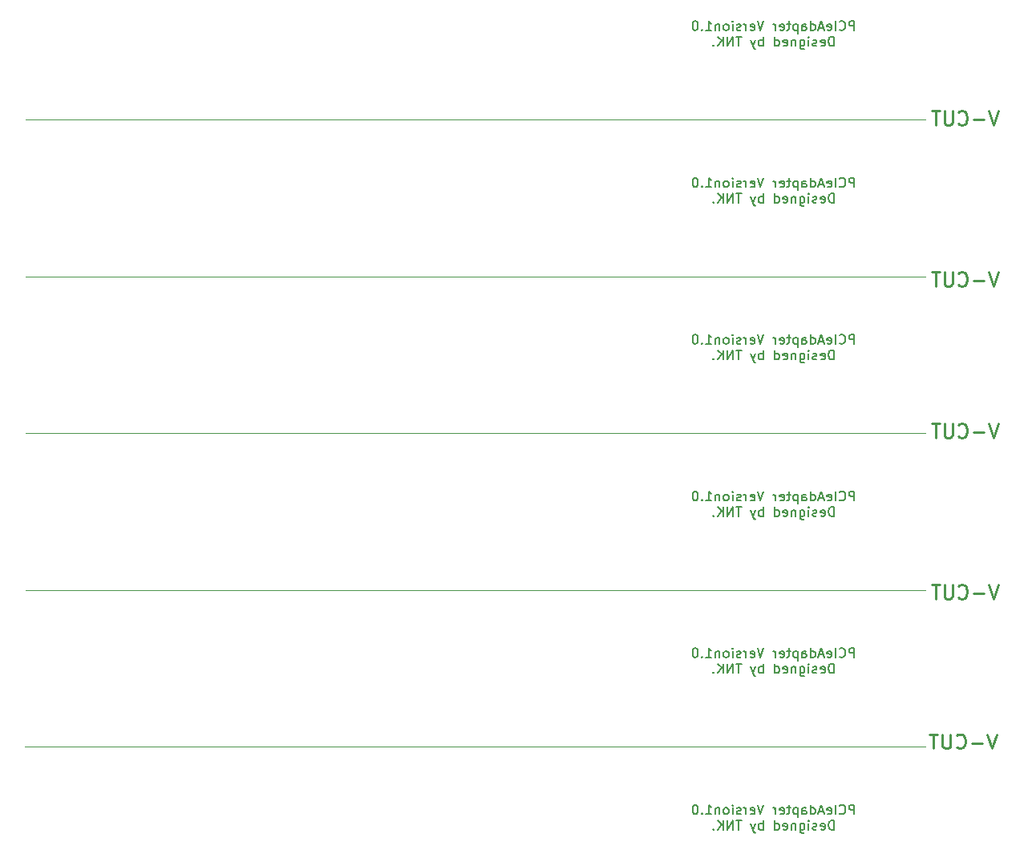
<source format=gbo>
G04 #@! TF.GenerationSoftware,KiCad,Pcbnew,(5.1.5)-3*
G04 #@! TF.CreationDate,2019-12-27T07:11:16+09:00*
G04 #@! TF.ProjectId,PCIeAdapter_x6,50434965-4164-4617-9074-65725f78362e,rev?*
G04 #@! TF.SameCoordinates,Original*
G04 #@! TF.FileFunction,Legend,Bot*
G04 #@! TF.FilePolarity,Positive*
%FSLAX46Y46*%
G04 Gerber Fmt 4.6, Leading zero omitted, Abs format (unit mm)*
G04 Created by KiCad (PCBNEW (5.1.5)-3) date 2019-12-27 07:11:16*
%MOMM*%
%LPD*%
G04 APERTURE LIST*
%ADD10C,0.220000*%
%ADD11C,0.120000*%
%ADD12C,0.150000*%
G04 APERTURE END LIST*
D10*
X207735714Y-115378571D02*
X207235714Y-116878571D01*
X206735714Y-115378571D01*
X206235714Y-116307142D02*
X205092857Y-116307142D01*
X203521428Y-116735714D02*
X203592857Y-116807142D01*
X203807142Y-116878571D01*
X203950000Y-116878571D01*
X204164285Y-116807142D01*
X204307142Y-116664285D01*
X204378571Y-116521428D01*
X204450000Y-116235714D01*
X204450000Y-116021428D01*
X204378571Y-115735714D01*
X204307142Y-115592857D01*
X204164285Y-115450000D01*
X203950000Y-115378571D01*
X203807142Y-115378571D01*
X203592857Y-115450000D01*
X203521428Y-115521428D01*
X202878571Y-115378571D02*
X202878571Y-116592857D01*
X202807142Y-116735714D01*
X202735714Y-116807142D01*
X202592857Y-116878571D01*
X202307142Y-116878571D01*
X202164285Y-116807142D01*
X202092857Y-116735714D01*
X202021428Y-116592857D01*
X202021428Y-115378571D01*
X201521428Y-115378571D02*
X200664285Y-115378571D01*
X201092857Y-116878571D02*
X201092857Y-115378571D01*
X207735714Y-98378571D02*
X207235714Y-99878571D01*
X206735714Y-98378571D01*
X206235714Y-99307142D02*
X205092857Y-99307142D01*
X203521428Y-99735714D02*
X203592857Y-99807142D01*
X203807142Y-99878571D01*
X203950000Y-99878571D01*
X204164285Y-99807142D01*
X204307142Y-99664285D01*
X204378571Y-99521428D01*
X204450000Y-99235714D01*
X204450000Y-99021428D01*
X204378571Y-98735714D01*
X204307142Y-98592857D01*
X204164285Y-98450000D01*
X203950000Y-98378571D01*
X203807142Y-98378571D01*
X203592857Y-98450000D01*
X203521428Y-98521428D01*
X202878571Y-98378571D02*
X202878571Y-99592857D01*
X202807142Y-99735714D01*
X202735714Y-99807142D01*
X202592857Y-99878571D01*
X202307142Y-99878571D01*
X202164285Y-99807142D01*
X202092857Y-99735714D01*
X202021428Y-99592857D01*
X202021428Y-98378571D01*
X201521428Y-98378571D02*
X200664285Y-98378571D01*
X201092857Y-99878571D02*
X201092857Y-98378571D01*
X207735714Y-82378571D02*
X207235714Y-83878571D01*
X206735714Y-82378571D01*
X206235714Y-83307142D02*
X205092857Y-83307142D01*
X203521428Y-83735714D02*
X203592857Y-83807142D01*
X203807142Y-83878571D01*
X203950000Y-83878571D01*
X204164285Y-83807142D01*
X204307142Y-83664285D01*
X204378571Y-83521428D01*
X204450000Y-83235714D01*
X204450000Y-83021428D01*
X204378571Y-82735714D01*
X204307142Y-82592857D01*
X204164285Y-82450000D01*
X203950000Y-82378571D01*
X203807142Y-82378571D01*
X203592857Y-82450000D01*
X203521428Y-82521428D01*
X202878571Y-82378571D02*
X202878571Y-83592857D01*
X202807142Y-83735714D01*
X202735714Y-83807142D01*
X202592857Y-83878571D01*
X202307142Y-83878571D01*
X202164285Y-83807142D01*
X202092857Y-83735714D01*
X202021428Y-83592857D01*
X202021428Y-82378571D01*
X201521428Y-82378571D02*
X200664285Y-82378571D01*
X201092857Y-83878571D02*
X201092857Y-82378571D01*
X207735714Y-65378571D02*
X207235714Y-66878571D01*
X206735714Y-65378571D01*
X206235714Y-66307142D02*
X205092857Y-66307142D01*
X203521428Y-66735714D02*
X203592857Y-66807142D01*
X203807142Y-66878571D01*
X203950000Y-66878571D01*
X204164285Y-66807142D01*
X204307142Y-66664285D01*
X204378571Y-66521428D01*
X204450000Y-66235714D01*
X204450000Y-66021428D01*
X204378571Y-65735714D01*
X204307142Y-65592857D01*
X204164285Y-65450000D01*
X203950000Y-65378571D01*
X203807142Y-65378571D01*
X203592857Y-65450000D01*
X203521428Y-65521428D01*
X202878571Y-65378571D02*
X202878571Y-66592857D01*
X202807142Y-66735714D01*
X202735714Y-66807142D01*
X202592857Y-66878571D01*
X202307142Y-66878571D01*
X202164285Y-66807142D01*
X202092857Y-66735714D01*
X202021428Y-66592857D01*
X202021428Y-65378571D01*
X201521428Y-65378571D02*
X200664285Y-65378571D01*
X201092857Y-66878571D02*
X201092857Y-65378571D01*
X207535714Y-131178571D02*
X207035714Y-132678571D01*
X206535714Y-131178571D01*
X206035714Y-132107142D02*
X204892857Y-132107142D01*
X203321428Y-132535714D02*
X203392857Y-132607142D01*
X203607142Y-132678571D01*
X203750000Y-132678571D01*
X203964285Y-132607142D01*
X204107142Y-132464285D01*
X204178571Y-132321428D01*
X204250000Y-132035714D01*
X204250000Y-131821428D01*
X204178571Y-131535714D01*
X204107142Y-131392857D01*
X203964285Y-131250000D01*
X203750000Y-131178571D01*
X203607142Y-131178571D01*
X203392857Y-131250000D01*
X203321428Y-131321428D01*
X202678571Y-131178571D02*
X202678571Y-132392857D01*
X202607142Y-132535714D01*
X202535714Y-132607142D01*
X202392857Y-132678571D01*
X202107142Y-132678571D01*
X201964285Y-132607142D01*
X201892857Y-132535714D01*
X201821428Y-132392857D01*
X201821428Y-131178571D01*
X201321428Y-131178571D02*
X200464285Y-131178571D01*
X200892857Y-132678571D02*
X200892857Y-131178571D01*
D11*
X105000000Y-82850000D02*
X200000000Y-82850000D01*
X200000000Y-66300000D02*
X105000000Y-66300000D01*
D12*
X192523809Y-56877380D02*
X192523809Y-55877380D01*
X192142857Y-55877380D01*
X192047619Y-55925000D01*
X192000000Y-55972619D01*
X191952380Y-56067857D01*
X191952380Y-56210714D01*
X192000000Y-56305952D01*
X192047619Y-56353571D01*
X192142857Y-56401190D01*
X192523809Y-56401190D01*
X190952380Y-56782142D02*
X191000000Y-56829761D01*
X191142857Y-56877380D01*
X191238095Y-56877380D01*
X191380952Y-56829761D01*
X191476190Y-56734523D01*
X191523809Y-56639285D01*
X191571428Y-56448809D01*
X191571428Y-56305952D01*
X191523809Y-56115476D01*
X191476190Y-56020238D01*
X191380952Y-55925000D01*
X191238095Y-55877380D01*
X191142857Y-55877380D01*
X191000000Y-55925000D01*
X190952380Y-55972619D01*
X190523809Y-56877380D02*
X190523809Y-55877380D01*
X189666666Y-56829761D02*
X189761904Y-56877380D01*
X189952380Y-56877380D01*
X190047619Y-56829761D01*
X190095238Y-56734523D01*
X190095238Y-56353571D01*
X190047619Y-56258333D01*
X189952380Y-56210714D01*
X189761904Y-56210714D01*
X189666666Y-56258333D01*
X189619047Y-56353571D01*
X189619047Y-56448809D01*
X190095238Y-56544047D01*
X189238095Y-56591666D02*
X188761904Y-56591666D01*
X189333333Y-56877380D02*
X189000000Y-55877380D01*
X188666666Y-56877380D01*
X187904761Y-56877380D02*
X187904761Y-55877380D01*
X187904761Y-56829761D02*
X188000000Y-56877380D01*
X188190476Y-56877380D01*
X188285714Y-56829761D01*
X188333333Y-56782142D01*
X188380952Y-56686904D01*
X188380952Y-56401190D01*
X188333333Y-56305952D01*
X188285714Y-56258333D01*
X188190476Y-56210714D01*
X188000000Y-56210714D01*
X187904761Y-56258333D01*
X187000000Y-56877380D02*
X187000000Y-56353571D01*
X187047619Y-56258333D01*
X187142857Y-56210714D01*
X187333333Y-56210714D01*
X187428571Y-56258333D01*
X187000000Y-56829761D02*
X187095238Y-56877380D01*
X187333333Y-56877380D01*
X187428571Y-56829761D01*
X187476190Y-56734523D01*
X187476190Y-56639285D01*
X187428571Y-56544047D01*
X187333333Y-56496428D01*
X187095238Y-56496428D01*
X187000000Y-56448809D01*
X186523809Y-56210714D02*
X186523809Y-57210714D01*
X186523809Y-56258333D02*
X186428571Y-56210714D01*
X186238095Y-56210714D01*
X186142857Y-56258333D01*
X186095238Y-56305952D01*
X186047619Y-56401190D01*
X186047619Y-56686904D01*
X186095238Y-56782142D01*
X186142857Y-56829761D01*
X186238095Y-56877380D01*
X186428571Y-56877380D01*
X186523809Y-56829761D01*
X185761904Y-56210714D02*
X185380952Y-56210714D01*
X185619047Y-55877380D02*
X185619047Y-56734523D01*
X185571428Y-56829761D01*
X185476190Y-56877380D01*
X185380952Y-56877380D01*
X184666666Y-56829761D02*
X184761904Y-56877380D01*
X184952380Y-56877380D01*
X185047619Y-56829761D01*
X185095238Y-56734523D01*
X185095238Y-56353571D01*
X185047619Y-56258333D01*
X184952380Y-56210714D01*
X184761904Y-56210714D01*
X184666666Y-56258333D01*
X184619047Y-56353571D01*
X184619047Y-56448809D01*
X185095238Y-56544047D01*
X184190476Y-56877380D02*
X184190476Y-56210714D01*
X184190476Y-56401190D02*
X184142857Y-56305952D01*
X184095238Y-56258333D01*
X184000000Y-56210714D01*
X183904761Y-56210714D01*
X182952380Y-55877380D02*
X182619047Y-56877380D01*
X182285714Y-55877380D01*
X181571428Y-56829761D02*
X181666666Y-56877380D01*
X181857142Y-56877380D01*
X181952380Y-56829761D01*
X182000000Y-56734523D01*
X182000000Y-56353571D01*
X181952380Y-56258333D01*
X181857142Y-56210714D01*
X181666666Y-56210714D01*
X181571428Y-56258333D01*
X181523809Y-56353571D01*
X181523809Y-56448809D01*
X182000000Y-56544047D01*
X181095238Y-56877380D02*
X181095238Y-56210714D01*
X181095238Y-56401190D02*
X181047619Y-56305952D01*
X181000000Y-56258333D01*
X180904761Y-56210714D01*
X180809523Y-56210714D01*
X180523809Y-56829761D02*
X180428571Y-56877380D01*
X180238095Y-56877380D01*
X180142857Y-56829761D01*
X180095238Y-56734523D01*
X180095238Y-56686904D01*
X180142857Y-56591666D01*
X180238095Y-56544047D01*
X180380952Y-56544047D01*
X180476190Y-56496428D01*
X180523809Y-56401190D01*
X180523809Y-56353571D01*
X180476190Y-56258333D01*
X180380952Y-56210714D01*
X180238095Y-56210714D01*
X180142857Y-56258333D01*
X179666666Y-56877380D02*
X179666666Y-56210714D01*
X179666666Y-55877380D02*
X179714285Y-55925000D01*
X179666666Y-55972619D01*
X179619047Y-55925000D01*
X179666666Y-55877380D01*
X179666666Y-55972619D01*
X179047619Y-56877380D02*
X179142857Y-56829761D01*
X179190476Y-56782142D01*
X179238095Y-56686904D01*
X179238095Y-56401190D01*
X179190476Y-56305952D01*
X179142857Y-56258333D01*
X179047619Y-56210714D01*
X178904761Y-56210714D01*
X178809523Y-56258333D01*
X178761904Y-56305952D01*
X178714285Y-56401190D01*
X178714285Y-56686904D01*
X178761904Y-56782142D01*
X178809523Y-56829761D01*
X178904761Y-56877380D01*
X179047619Y-56877380D01*
X178285714Y-56210714D02*
X178285714Y-56877380D01*
X178285714Y-56305952D02*
X178238095Y-56258333D01*
X178142857Y-56210714D01*
X178000000Y-56210714D01*
X177904761Y-56258333D01*
X177857142Y-56353571D01*
X177857142Y-56877380D01*
X176857142Y-56877380D02*
X177428571Y-56877380D01*
X177142857Y-56877380D02*
X177142857Y-55877380D01*
X177238095Y-56020238D01*
X177333333Y-56115476D01*
X177428571Y-56163095D01*
X176428571Y-56782142D02*
X176380952Y-56829761D01*
X176428571Y-56877380D01*
X176476190Y-56829761D01*
X176428571Y-56782142D01*
X176428571Y-56877380D01*
X175761904Y-55877380D02*
X175666666Y-55877380D01*
X175571428Y-55925000D01*
X175523809Y-55972619D01*
X175476190Y-56067857D01*
X175428571Y-56258333D01*
X175428571Y-56496428D01*
X175476190Y-56686904D01*
X175523809Y-56782142D01*
X175571428Y-56829761D01*
X175666666Y-56877380D01*
X175761904Y-56877380D01*
X175857142Y-56829761D01*
X175904761Y-56782142D01*
X175952380Y-56686904D01*
X176000000Y-56496428D01*
X176000000Y-56258333D01*
X175952380Y-56067857D01*
X175904761Y-55972619D01*
X175857142Y-55925000D01*
X175761904Y-55877380D01*
X190357142Y-58527380D02*
X190357142Y-57527380D01*
X190119047Y-57527380D01*
X189976190Y-57575000D01*
X189880952Y-57670238D01*
X189833333Y-57765476D01*
X189785714Y-57955952D01*
X189785714Y-58098809D01*
X189833333Y-58289285D01*
X189880952Y-58384523D01*
X189976190Y-58479761D01*
X190119047Y-58527380D01*
X190357142Y-58527380D01*
X188976190Y-58479761D02*
X189071428Y-58527380D01*
X189261904Y-58527380D01*
X189357142Y-58479761D01*
X189404761Y-58384523D01*
X189404761Y-58003571D01*
X189357142Y-57908333D01*
X189261904Y-57860714D01*
X189071428Y-57860714D01*
X188976190Y-57908333D01*
X188928571Y-58003571D01*
X188928571Y-58098809D01*
X189404761Y-58194047D01*
X188547619Y-58479761D02*
X188452380Y-58527380D01*
X188261904Y-58527380D01*
X188166666Y-58479761D01*
X188119047Y-58384523D01*
X188119047Y-58336904D01*
X188166666Y-58241666D01*
X188261904Y-58194047D01*
X188404761Y-58194047D01*
X188500000Y-58146428D01*
X188547619Y-58051190D01*
X188547619Y-58003571D01*
X188500000Y-57908333D01*
X188404761Y-57860714D01*
X188261904Y-57860714D01*
X188166666Y-57908333D01*
X187690476Y-58527380D02*
X187690476Y-57860714D01*
X187690476Y-57527380D02*
X187738095Y-57575000D01*
X187690476Y-57622619D01*
X187642857Y-57575000D01*
X187690476Y-57527380D01*
X187690476Y-57622619D01*
X186785714Y-57860714D02*
X186785714Y-58670238D01*
X186833333Y-58765476D01*
X186880952Y-58813095D01*
X186976190Y-58860714D01*
X187119047Y-58860714D01*
X187214285Y-58813095D01*
X186785714Y-58479761D02*
X186880952Y-58527380D01*
X187071428Y-58527380D01*
X187166666Y-58479761D01*
X187214285Y-58432142D01*
X187261904Y-58336904D01*
X187261904Y-58051190D01*
X187214285Y-57955952D01*
X187166666Y-57908333D01*
X187071428Y-57860714D01*
X186880952Y-57860714D01*
X186785714Y-57908333D01*
X186309523Y-57860714D02*
X186309523Y-58527380D01*
X186309523Y-57955952D02*
X186261904Y-57908333D01*
X186166666Y-57860714D01*
X186023809Y-57860714D01*
X185928571Y-57908333D01*
X185880952Y-58003571D01*
X185880952Y-58527380D01*
X185023809Y-58479761D02*
X185119047Y-58527380D01*
X185309523Y-58527380D01*
X185404761Y-58479761D01*
X185452380Y-58384523D01*
X185452380Y-58003571D01*
X185404761Y-57908333D01*
X185309523Y-57860714D01*
X185119047Y-57860714D01*
X185023809Y-57908333D01*
X184976190Y-58003571D01*
X184976190Y-58098809D01*
X185452380Y-58194047D01*
X184119047Y-58527380D02*
X184119047Y-57527380D01*
X184119047Y-58479761D02*
X184214285Y-58527380D01*
X184404761Y-58527380D01*
X184500000Y-58479761D01*
X184547619Y-58432142D01*
X184595238Y-58336904D01*
X184595238Y-58051190D01*
X184547619Y-57955952D01*
X184500000Y-57908333D01*
X184404761Y-57860714D01*
X184214285Y-57860714D01*
X184119047Y-57908333D01*
X182880952Y-58527380D02*
X182880952Y-57527380D01*
X182880952Y-57908333D02*
X182785714Y-57860714D01*
X182595238Y-57860714D01*
X182500000Y-57908333D01*
X182452380Y-57955952D01*
X182404761Y-58051190D01*
X182404761Y-58336904D01*
X182452380Y-58432142D01*
X182500000Y-58479761D01*
X182595238Y-58527380D01*
X182785714Y-58527380D01*
X182880952Y-58479761D01*
X182071428Y-57860714D02*
X181833333Y-58527380D01*
X181595238Y-57860714D02*
X181833333Y-58527380D01*
X181928571Y-58765476D01*
X181976190Y-58813095D01*
X182071428Y-58860714D01*
X180595238Y-57527380D02*
X180023809Y-57527380D01*
X180309523Y-58527380D02*
X180309523Y-57527380D01*
X179690476Y-58527380D02*
X179690476Y-57527380D01*
X179119047Y-58527380D01*
X179119047Y-57527380D01*
X178642857Y-58527380D02*
X178642857Y-57527380D01*
X178071428Y-58527380D02*
X178500000Y-57955952D01*
X178071428Y-57527380D02*
X178642857Y-58098809D01*
X177642857Y-58432142D02*
X177595238Y-58479761D01*
X177642857Y-58527380D01*
X177690476Y-58479761D01*
X177642857Y-58432142D01*
X177642857Y-58527380D01*
D11*
X200000000Y-99400000D02*
X105000000Y-99400000D01*
X200000000Y-115950000D02*
X105000000Y-115950000D01*
X104950000Y-132500000D02*
X200050000Y-132500000D01*
D12*
X192523809Y-73427380D02*
X192523809Y-72427380D01*
X192142857Y-72427380D01*
X192047619Y-72475000D01*
X192000000Y-72522619D01*
X191952380Y-72617857D01*
X191952380Y-72760714D01*
X192000000Y-72855952D01*
X192047619Y-72903571D01*
X192142857Y-72951190D01*
X192523809Y-72951190D01*
X190952380Y-73332142D02*
X191000000Y-73379761D01*
X191142857Y-73427380D01*
X191238095Y-73427380D01*
X191380952Y-73379761D01*
X191476190Y-73284523D01*
X191523809Y-73189285D01*
X191571428Y-72998809D01*
X191571428Y-72855952D01*
X191523809Y-72665476D01*
X191476190Y-72570238D01*
X191380952Y-72475000D01*
X191238095Y-72427380D01*
X191142857Y-72427380D01*
X191000000Y-72475000D01*
X190952380Y-72522619D01*
X190523809Y-73427380D02*
X190523809Y-72427380D01*
X189666666Y-73379761D02*
X189761904Y-73427380D01*
X189952380Y-73427380D01*
X190047619Y-73379761D01*
X190095238Y-73284523D01*
X190095238Y-72903571D01*
X190047619Y-72808333D01*
X189952380Y-72760714D01*
X189761904Y-72760714D01*
X189666666Y-72808333D01*
X189619047Y-72903571D01*
X189619047Y-72998809D01*
X190095238Y-73094047D01*
X189238095Y-73141666D02*
X188761904Y-73141666D01*
X189333333Y-73427380D02*
X189000000Y-72427380D01*
X188666666Y-73427380D01*
X187904761Y-73427380D02*
X187904761Y-72427380D01*
X187904761Y-73379761D02*
X188000000Y-73427380D01*
X188190476Y-73427380D01*
X188285714Y-73379761D01*
X188333333Y-73332142D01*
X188380952Y-73236904D01*
X188380952Y-72951190D01*
X188333333Y-72855952D01*
X188285714Y-72808333D01*
X188190476Y-72760714D01*
X188000000Y-72760714D01*
X187904761Y-72808333D01*
X187000000Y-73427380D02*
X187000000Y-72903571D01*
X187047619Y-72808333D01*
X187142857Y-72760714D01*
X187333333Y-72760714D01*
X187428571Y-72808333D01*
X187000000Y-73379761D02*
X187095238Y-73427380D01*
X187333333Y-73427380D01*
X187428571Y-73379761D01*
X187476190Y-73284523D01*
X187476190Y-73189285D01*
X187428571Y-73094047D01*
X187333333Y-73046428D01*
X187095238Y-73046428D01*
X187000000Y-72998809D01*
X186523809Y-72760714D02*
X186523809Y-73760714D01*
X186523809Y-72808333D02*
X186428571Y-72760714D01*
X186238095Y-72760714D01*
X186142857Y-72808333D01*
X186095238Y-72855952D01*
X186047619Y-72951190D01*
X186047619Y-73236904D01*
X186095238Y-73332142D01*
X186142857Y-73379761D01*
X186238095Y-73427380D01*
X186428571Y-73427380D01*
X186523809Y-73379761D01*
X185761904Y-72760714D02*
X185380952Y-72760714D01*
X185619047Y-72427380D02*
X185619047Y-73284523D01*
X185571428Y-73379761D01*
X185476190Y-73427380D01*
X185380952Y-73427380D01*
X184666666Y-73379761D02*
X184761904Y-73427380D01*
X184952380Y-73427380D01*
X185047619Y-73379761D01*
X185095238Y-73284523D01*
X185095238Y-72903571D01*
X185047619Y-72808333D01*
X184952380Y-72760714D01*
X184761904Y-72760714D01*
X184666666Y-72808333D01*
X184619047Y-72903571D01*
X184619047Y-72998809D01*
X185095238Y-73094047D01*
X184190476Y-73427380D02*
X184190476Y-72760714D01*
X184190476Y-72951190D02*
X184142857Y-72855952D01*
X184095238Y-72808333D01*
X184000000Y-72760714D01*
X183904761Y-72760714D01*
X182952380Y-72427380D02*
X182619047Y-73427380D01*
X182285714Y-72427380D01*
X181571428Y-73379761D02*
X181666666Y-73427380D01*
X181857142Y-73427380D01*
X181952380Y-73379761D01*
X182000000Y-73284523D01*
X182000000Y-72903571D01*
X181952380Y-72808333D01*
X181857142Y-72760714D01*
X181666666Y-72760714D01*
X181571428Y-72808333D01*
X181523809Y-72903571D01*
X181523809Y-72998809D01*
X182000000Y-73094047D01*
X181095238Y-73427380D02*
X181095238Y-72760714D01*
X181095238Y-72951190D02*
X181047619Y-72855952D01*
X181000000Y-72808333D01*
X180904761Y-72760714D01*
X180809523Y-72760714D01*
X180523809Y-73379761D02*
X180428571Y-73427380D01*
X180238095Y-73427380D01*
X180142857Y-73379761D01*
X180095238Y-73284523D01*
X180095238Y-73236904D01*
X180142857Y-73141666D01*
X180238095Y-73094047D01*
X180380952Y-73094047D01*
X180476190Y-73046428D01*
X180523809Y-72951190D01*
X180523809Y-72903571D01*
X180476190Y-72808333D01*
X180380952Y-72760714D01*
X180238095Y-72760714D01*
X180142857Y-72808333D01*
X179666666Y-73427380D02*
X179666666Y-72760714D01*
X179666666Y-72427380D02*
X179714285Y-72475000D01*
X179666666Y-72522619D01*
X179619047Y-72475000D01*
X179666666Y-72427380D01*
X179666666Y-72522619D01*
X179047619Y-73427380D02*
X179142857Y-73379761D01*
X179190476Y-73332142D01*
X179238095Y-73236904D01*
X179238095Y-72951190D01*
X179190476Y-72855952D01*
X179142857Y-72808333D01*
X179047619Y-72760714D01*
X178904761Y-72760714D01*
X178809523Y-72808333D01*
X178761904Y-72855952D01*
X178714285Y-72951190D01*
X178714285Y-73236904D01*
X178761904Y-73332142D01*
X178809523Y-73379761D01*
X178904761Y-73427380D01*
X179047619Y-73427380D01*
X178285714Y-72760714D02*
X178285714Y-73427380D01*
X178285714Y-72855952D02*
X178238095Y-72808333D01*
X178142857Y-72760714D01*
X178000000Y-72760714D01*
X177904761Y-72808333D01*
X177857142Y-72903571D01*
X177857142Y-73427380D01*
X176857142Y-73427380D02*
X177428571Y-73427380D01*
X177142857Y-73427380D02*
X177142857Y-72427380D01*
X177238095Y-72570238D01*
X177333333Y-72665476D01*
X177428571Y-72713095D01*
X176428571Y-73332142D02*
X176380952Y-73379761D01*
X176428571Y-73427380D01*
X176476190Y-73379761D01*
X176428571Y-73332142D01*
X176428571Y-73427380D01*
X175761904Y-72427380D02*
X175666666Y-72427380D01*
X175571428Y-72475000D01*
X175523809Y-72522619D01*
X175476190Y-72617857D01*
X175428571Y-72808333D01*
X175428571Y-73046428D01*
X175476190Y-73236904D01*
X175523809Y-73332142D01*
X175571428Y-73379761D01*
X175666666Y-73427380D01*
X175761904Y-73427380D01*
X175857142Y-73379761D01*
X175904761Y-73332142D01*
X175952380Y-73236904D01*
X176000000Y-73046428D01*
X176000000Y-72808333D01*
X175952380Y-72617857D01*
X175904761Y-72522619D01*
X175857142Y-72475000D01*
X175761904Y-72427380D01*
X190357142Y-75077380D02*
X190357142Y-74077380D01*
X190119047Y-74077380D01*
X189976190Y-74125000D01*
X189880952Y-74220238D01*
X189833333Y-74315476D01*
X189785714Y-74505952D01*
X189785714Y-74648809D01*
X189833333Y-74839285D01*
X189880952Y-74934523D01*
X189976190Y-75029761D01*
X190119047Y-75077380D01*
X190357142Y-75077380D01*
X188976190Y-75029761D02*
X189071428Y-75077380D01*
X189261904Y-75077380D01*
X189357142Y-75029761D01*
X189404761Y-74934523D01*
X189404761Y-74553571D01*
X189357142Y-74458333D01*
X189261904Y-74410714D01*
X189071428Y-74410714D01*
X188976190Y-74458333D01*
X188928571Y-74553571D01*
X188928571Y-74648809D01*
X189404761Y-74744047D01*
X188547619Y-75029761D02*
X188452380Y-75077380D01*
X188261904Y-75077380D01*
X188166666Y-75029761D01*
X188119047Y-74934523D01*
X188119047Y-74886904D01*
X188166666Y-74791666D01*
X188261904Y-74744047D01*
X188404761Y-74744047D01*
X188500000Y-74696428D01*
X188547619Y-74601190D01*
X188547619Y-74553571D01*
X188500000Y-74458333D01*
X188404761Y-74410714D01*
X188261904Y-74410714D01*
X188166666Y-74458333D01*
X187690476Y-75077380D02*
X187690476Y-74410714D01*
X187690476Y-74077380D02*
X187738095Y-74125000D01*
X187690476Y-74172619D01*
X187642857Y-74125000D01*
X187690476Y-74077380D01*
X187690476Y-74172619D01*
X186785714Y-74410714D02*
X186785714Y-75220238D01*
X186833333Y-75315476D01*
X186880952Y-75363095D01*
X186976190Y-75410714D01*
X187119047Y-75410714D01*
X187214285Y-75363095D01*
X186785714Y-75029761D02*
X186880952Y-75077380D01*
X187071428Y-75077380D01*
X187166666Y-75029761D01*
X187214285Y-74982142D01*
X187261904Y-74886904D01*
X187261904Y-74601190D01*
X187214285Y-74505952D01*
X187166666Y-74458333D01*
X187071428Y-74410714D01*
X186880952Y-74410714D01*
X186785714Y-74458333D01*
X186309523Y-74410714D02*
X186309523Y-75077380D01*
X186309523Y-74505952D02*
X186261904Y-74458333D01*
X186166666Y-74410714D01*
X186023809Y-74410714D01*
X185928571Y-74458333D01*
X185880952Y-74553571D01*
X185880952Y-75077380D01*
X185023809Y-75029761D02*
X185119047Y-75077380D01*
X185309523Y-75077380D01*
X185404761Y-75029761D01*
X185452380Y-74934523D01*
X185452380Y-74553571D01*
X185404761Y-74458333D01*
X185309523Y-74410714D01*
X185119047Y-74410714D01*
X185023809Y-74458333D01*
X184976190Y-74553571D01*
X184976190Y-74648809D01*
X185452380Y-74744047D01*
X184119047Y-75077380D02*
X184119047Y-74077380D01*
X184119047Y-75029761D02*
X184214285Y-75077380D01*
X184404761Y-75077380D01*
X184500000Y-75029761D01*
X184547619Y-74982142D01*
X184595238Y-74886904D01*
X184595238Y-74601190D01*
X184547619Y-74505952D01*
X184500000Y-74458333D01*
X184404761Y-74410714D01*
X184214285Y-74410714D01*
X184119047Y-74458333D01*
X182880952Y-75077380D02*
X182880952Y-74077380D01*
X182880952Y-74458333D02*
X182785714Y-74410714D01*
X182595238Y-74410714D01*
X182500000Y-74458333D01*
X182452380Y-74505952D01*
X182404761Y-74601190D01*
X182404761Y-74886904D01*
X182452380Y-74982142D01*
X182500000Y-75029761D01*
X182595238Y-75077380D01*
X182785714Y-75077380D01*
X182880952Y-75029761D01*
X182071428Y-74410714D02*
X181833333Y-75077380D01*
X181595238Y-74410714D02*
X181833333Y-75077380D01*
X181928571Y-75315476D01*
X181976190Y-75363095D01*
X182071428Y-75410714D01*
X180595238Y-74077380D02*
X180023809Y-74077380D01*
X180309523Y-75077380D02*
X180309523Y-74077380D01*
X179690476Y-75077380D02*
X179690476Y-74077380D01*
X179119047Y-75077380D01*
X179119047Y-74077380D01*
X178642857Y-75077380D02*
X178642857Y-74077380D01*
X178071428Y-75077380D02*
X178500000Y-74505952D01*
X178071428Y-74077380D02*
X178642857Y-74648809D01*
X177642857Y-74982142D02*
X177595238Y-75029761D01*
X177642857Y-75077380D01*
X177690476Y-75029761D01*
X177642857Y-74982142D01*
X177642857Y-75077380D01*
X192523809Y-89977380D02*
X192523809Y-88977380D01*
X192142857Y-88977380D01*
X192047619Y-89025000D01*
X192000000Y-89072619D01*
X191952380Y-89167857D01*
X191952380Y-89310714D01*
X192000000Y-89405952D01*
X192047619Y-89453571D01*
X192142857Y-89501190D01*
X192523809Y-89501190D01*
X190952380Y-89882142D02*
X191000000Y-89929761D01*
X191142857Y-89977380D01*
X191238095Y-89977380D01*
X191380952Y-89929761D01*
X191476190Y-89834523D01*
X191523809Y-89739285D01*
X191571428Y-89548809D01*
X191571428Y-89405952D01*
X191523809Y-89215476D01*
X191476190Y-89120238D01*
X191380952Y-89025000D01*
X191238095Y-88977380D01*
X191142857Y-88977380D01*
X191000000Y-89025000D01*
X190952380Y-89072619D01*
X190523809Y-89977380D02*
X190523809Y-88977380D01*
X189666666Y-89929761D02*
X189761904Y-89977380D01*
X189952380Y-89977380D01*
X190047619Y-89929761D01*
X190095238Y-89834523D01*
X190095238Y-89453571D01*
X190047619Y-89358333D01*
X189952380Y-89310714D01*
X189761904Y-89310714D01*
X189666666Y-89358333D01*
X189619047Y-89453571D01*
X189619047Y-89548809D01*
X190095238Y-89644047D01*
X189238095Y-89691666D02*
X188761904Y-89691666D01*
X189333333Y-89977380D02*
X189000000Y-88977380D01*
X188666666Y-89977380D01*
X187904761Y-89977380D02*
X187904761Y-88977380D01*
X187904761Y-89929761D02*
X188000000Y-89977380D01*
X188190476Y-89977380D01*
X188285714Y-89929761D01*
X188333333Y-89882142D01*
X188380952Y-89786904D01*
X188380952Y-89501190D01*
X188333333Y-89405952D01*
X188285714Y-89358333D01*
X188190476Y-89310714D01*
X188000000Y-89310714D01*
X187904761Y-89358333D01*
X187000000Y-89977380D02*
X187000000Y-89453571D01*
X187047619Y-89358333D01*
X187142857Y-89310714D01*
X187333333Y-89310714D01*
X187428571Y-89358333D01*
X187000000Y-89929761D02*
X187095238Y-89977380D01*
X187333333Y-89977380D01*
X187428571Y-89929761D01*
X187476190Y-89834523D01*
X187476190Y-89739285D01*
X187428571Y-89644047D01*
X187333333Y-89596428D01*
X187095238Y-89596428D01*
X187000000Y-89548809D01*
X186523809Y-89310714D02*
X186523809Y-90310714D01*
X186523809Y-89358333D02*
X186428571Y-89310714D01*
X186238095Y-89310714D01*
X186142857Y-89358333D01*
X186095238Y-89405952D01*
X186047619Y-89501190D01*
X186047619Y-89786904D01*
X186095238Y-89882142D01*
X186142857Y-89929761D01*
X186238095Y-89977380D01*
X186428571Y-89977380D01*
X186523809Y-89929761D01*
X185761904Y-89310714D02*
X185380952Y-89310714D01*
X185619047Y-88977380D02*
X185619047Y-89834523D01*
X185571428Y-89929761D01*
X185476190Y-89977380D01*
X185380952Y-89977380D01*
X184666666Y-89929761D02*
X184761904Y-89977380D01*
X184952380Y-89977380D01*
X185047619Y-89929761D01*
X185095238Y-89834523D01*
X185095238Y-89453571D01*
X185047619Y-89358333D01*
X184952380Y-89310714D01*
X184761904Y-89310714D01*
X184666666Y-89358333D01*
X184619047Y-89453571D01*
X184619047Y-89548809D01*
X185095238Y-89644047D01*
X184190476Y-89977380D02*
X184190476Y-89310714D01*
X184190476Y-89501190D02*
X184142857Y-89405952D01*
X184095238Y-89358333D01*
X184000000Y-89310714D01*
X183904761Y-89310714D01*
X182952380Y-88977380D02*
X182619047Y-89977380D01*
X182285714Y-88977380D01*
X181571428Y-89929761D02*
X181666666Y-89977380D01*
X181857142Y-89977380D01*
X181952380Y-89929761D01*
X182000000Y-89834523D01*
X182000000Y-89453571D01*
X181952380Y-89358333D01*
X181857142Y-89310714D01*
X181666666Y-89310714D01*
X181571428Y-89358333D01*
X181523809Y-89453571D01*
X181523809Y-89548809D01*
X182000000Y-89644047D01*
X181095238Y-89977380D02*
X181095238Y-89310714D01*
X181095238Y-89501190D02*
X181047619Y-89405952D01*
X181000000Y-89358333D01*
X180904761Y-89310714D01*
X180809523Y-89310714D01*
X180523809Y-89929761D02*
X180428571Y-89977380D01*
X180238095Y-89977380D01*
X180142857Y-89929761D01*
X180095238Y-89834523D01*
X180095238Y-89786904D01*
X180142857Y-89691666D01*
X180238095Y-89644047D01*
X180380952Y-89644047D01*
X180476190Y-89596428D01*
X180523809Y-89501190D01*
X180523809Y-89453571D01*
X180476190Y-89358333D01*
X180380952Y-89310714D01*
X180238095Y-89310714D01*
X180142857Y-89358333D01*
X179666666Y-89977380D02*
X179666666Y-89310714D01*
X179666666Y-88977380D02*
X179714285Y-89025000D01*
X179666666Y-89072619D01*
X179619047Y-89025000D01*
X179666666Y-88977380D01*
X179666666Y-89072619D01*
X179047619Y-89977380D02*
X179142857Y-89929761D01*
X179190476Y-89882142D01*
X179238095Y-89786904D01*
X179238095Y-89501190D01*
X179190476Y-89405952D01*
X179142857Y-89358333D01*
X179047619Y-89310714D01*
X178904761Y-89310714D01*
X178809523Y-89358333D01*
X178761904Y-89405952D01*
X178714285Y-89501190D01*
X178714285Y-89786904D01*
X178761904Y-89882142D01*
X178809523Y-89929761D01*
X178904761Y-89977380D01*
X179047619Y-89977380D01*
X178285714Y-89310714D02*
X178285714Y-89977380D01*
X178285714Y-89405952D02*
X178238095Y-89358333D01*
X178142857Y-89310714D01*
X178000000Y-89310714D01*
X177904761Y-89358333D01*
X177857142Y-89453571D01*
X177857142Y-89977380D01*
X176857142Y-89977380D02*
X177428571Y-89977380D01*
X177142857Y-89977380D02*
X177142857Y-88977380D01*
X177238095Y-89120238D01*
X177333333Y-89215476D01*
X177428571Y-89263095D01*
X176428571Y-89882142D02*
X176380952Y-89929761D01*
X176428571Y-89977380D01*
X176476190Y-89929761D01*
X176428571Y-89882142D01*
X176428571Y-89977380D01*
X175761904Y-88977380D02*
X175666666Y-88977380D01*
X175571428Y-89025000D01*
X175523809Y-89072619D01*
X175476190Y-89167857D01*
X175428571Y-89358333D01*
X175428571Y-89596428D01*
X175476190Y-89786904D01*
X175523809Y-89882142D01*
X175571428Y-89929761D01*
X175666666Y-89977380D01*
X175761904Y-89977380D01*
X175857142Y-89929761D01*
X175904761Y-89882142D01*
X175952380Y-89786904D01*
X176000000Y-89596428D01*
X176000000Y-89358333D01*
X175952380Y-89167857D01*
X175904761Y-89072619D01*
X175857142Y-89025000D01*
X175761904Y-88977380D01*
X190357142Y-91627380D02*
X190357142Y-90627380D01*
X190119047Y-90627380D01*
X189976190Y-90675000D01*
X189880952Y-90770238D01*
X189833333Y-90865476D01*
X189785714Y-91055952D01*
X189785714Y-91198809D01*
X189833333Y-91389285D01*
X189880952Y-91484523D01*
X189976190Y-91579761D01*
X190119047Y-91627380D01*
X190357142Y-91627380D01*
X188976190Y-91579761D02*
X189071428Y-91627380D01*
X189261904Y-91627380D01*
X189357142Y-91579761D01*
X189404761Y-91484523D01*
X189404761Y-91103571D01*
X189357142Y-91008333D01*
X189261904Y-90960714D01*
X189071428Y-90960714D01*
X188976190Y-91008333D01*
X188928571Y-91103571D01*
X188928571Y-91198809D01*
X189404761Y-91294047D01*
X188547619Y-91579761D02*
X188452380Y-91627380D01*
X188261904Y-91627380D01*
X188166666Y-91579761D01*
X188119047Y-91484523D01*
X188119047Y-91436904D01*
X188166666Y-91341666D01*
X188261904Y-91294047D01*
X188404761Y-91294047D01*
X188500000Y-91246428D01*
X188547619Y-91151190D01*
X188547619Y-91103571D01*
X188500000Y-91008333D01*
X188404761Y-90960714D01*
X188261904Y-90960714D01*
X188166666Y-91008333D01*
X187690476Y-91627380D02*
X187690476Y-90960714D01*
X187690476Y-90627380D02*
X187738095Y-90675000D01*
X187690476Y-90722619D01*
X187642857Y-90675000D01*
X187690476Y-90627380D01*
X187690476Y-90722619D01*
X186785714Y-90960714D02*
X186785714Y-91770238D01*
X186833333Y-91865476D01*
X186880952Y-91913095D01*
X186976190Y-91960714D01*
X187119047Y-91960714D01*
X187214285Y-91913095D01*
X186785714Y-91579761D02*
X186880952Y-91627380D01*
X187071428Y-91627380D01*
X187166666Y-91579761D01*
X187214285Y-91532142D01*
X187261904Y-91436904D01*
X187261904Y-91151190D01*
X187214285Y-91055952D01*
X187166666Y-91008333D01*
X187071428Y-90960714D01*
X186880952Y-90960714D01*
X186785714Y-91008333D01*
X186309523Y-90960714D02*
X186309523Y-91627380D01*
X186309523Y-91055952D02*
X186261904Y-91008333D01*
X186166666Y-90960714D01*
X186023809Y-90960714D01*
X185928571Y-91008333D01*
X185880952Y-91103571D01*
X185880952Y-91627380D01*
X185023809Y-91579761D02*
X185119047Y-91627380D01*
X185309523Y-91627380D01*
X185404761Y-91579761D01*
X185452380Y-91484523D01*
X185452380Y-91103571D01*
X185404761Y-91008333D01*
X185309523Y-90960714D01*
X185119047Y-90960714D01*
X185023809Y-91008333D01*
X184976190Y-91103571D01*
X184976190Y-91198809D01*
X185452380Y-91294047D01*
X184119047Y-91627380D02*
X184119047Y-90627380D01*
X184119047Y-91579761D02*
X184214285Y-91627380D01*
X184404761Y-91627380D01*
X184500000Y-91579761D01*
X184547619Y-91532142D01*
X184595238Y-91436904D01*
X184595238Y-91151190D01*
X184547619Y-91055952D01*
X184500000Y-91008333D01*
X184404761Y-90960714D01*
X184214285Y-90960714D01*
X184119047Y-91008333D01*
X182880952Y-91627380D02*
X182880952Y-90627380D01*
X182880952Y-91008333D02*
X182785714Y-90960714D01*
X182595238Y-90960714D01*
X182500000Y-91008333D01*
X182452380Y-91055952D01*
X182404761Y-91151190D01*
X182404761Y-91436904D01*
X182452380Y-91532142D01*
X182500000Y-91579761D01*
X182595238Y-91627380D01*
X182785714Y-91627380D01*
X182880952Y-91579761D01*
X182071428Y-90960714D02*
X181833333Y-91627380D01*
X181595238Y-90960714D02*
X181833333Y-91627380D01*
X181928571Y-91865476D01*
X181976190Y-91913095D01*
X182071428Y-91960714D01*
X180595238Y-90627380D02*
X180023809Y-90627380D01*
X180309523Y-91627380D02*
X180309523Y-90627380D01*
X179690476Y-91627380D02*
X179690476Y-90627380D01*
X179119047Y-91627380D01*
X179119047Y-90627380D01*
X178642857Y-91627380D02*
X178642857Y-90627380D01*
X178071428Y-91627380D02*
X178500000Y-91055952D01*
X178071428Y-90627380D02*
X178642857Y-91198809D01*
X177642857Y-91532142D02*
X177595238Y-91579761D01*
X177642857Y-91627380D01*
X177690476Y-91579761D01*
X177642857Y-91532142D01*
X177642857Y-91627380D01*
X192523809Y-106527380D02*
X192523809Y-105527380D01*
X192142857Y-105527380D01*
X192047619Y-105575000D01*
X192000000Y-105622619D01*
X191952380Y-105717857D01*
X191952380Y-105860714D01*
X192000000Y-105955952D01*
X192047619Y-106003571D01*
X192142857Y-106051190D01*
X192523809Y-106051190D01*
X190952380Y-106432142D02*
X191000000Y-106479761D01*
X191142857Y-106527380D01*
X191238095Y-106527380D01*
X191380952Y-106479761D01*
X191476190Y-106384523D01*
X191523809Y-106289285D01*
X191571428Y-106098809D01*
X191571428Y-105955952D01*
X191523809Y-105765476D01*
X191476190Y-105670238D01*
X191380952Y-105575000D01*
X191238095Y-105527380D01*
X191142857Y-105527380D01*
X191000000Y-105575000D01*
X190952380Y-105622619D01*
X190523809Y-106527380D02*
X190523809Y-105527380D01*
X189666666Y-106479761D02*
X189761904Y-106527380D01*
X189952380Y-106527380D01*
X190047619Y-106479761D01*
X190095238Y-106384523D01*
X190095238Y-106003571D01*
X190047619Y-105908333D01*
X189952380Y-105860714D01*
X189761904Y-105860714D01*
X189666666Y-105908333D01*
X189619047Y-106003571D01*
X189619047Y-106098809D01*
X190095238Y-106194047D01*
X189238095Y-106241666D02*
X188761904Y-106241666D01*
X189333333Y-106527380D02*
X189000000Y-105527380D01*
X188666666Y-106527380D01*
X187904761Y-106527380D02*
X187904761Y-105527380D01*
X187904761Y-106479761D02*
X188000000Y-106527380D01*
X188190476Y-106527380D01*
X188285714Y-106479761D01*
X188333333Y-106432142D01*
X188380952Y-106336904D01*
X188380952Y-106051190D01*
X188333333Y-105955952D01*
X188285714Y-105908333D01*
X188190476Y-105860714D01*
X188000000Y-105860714D01*
X187904761Y-105908333D01*
X187000000Y-106527380D02*
X187000000Y-106003571D01*
X187047619Y-105908333D01*
X187142857Y-105860714D01*
X187333333Y-105860714D01*
X187428571Y-105908333D01*
X187000000Y-106479761D02*
X187095238Y-106527380D01*
X187333333Y-106527380D01*
X187428571Y-106479761D01*
X187476190Y-106384523D01*
X187476190Y-106289285D01*
X187428571Y-106194047D01*
X187333333Y-106146428D01*
X187095238Y-106146428D01*
X187000000Y-106098809D01*
X186523809Y-105860714D02*
X186523809Y-106860714D01*
X186523809Y-105908333D02*
X186428571Y-105860714D01*
X186238095Y-105860714D01*
X186142857Y-105908333D01*
X186095238Y-105955952D01*
X186047619Y-106051190D01*
X186047619Y-106336904D01*
X186095238Y-106432142D01*
X186142857Y-106479761D01*
X186238095Y-106527380D01*
X186428571Y-106527380D01*
X186523809Y-106479761D01*
X185761904Y-105860714D02*
X185380952Y-105860714D01*
X185619047Y-105527380D02*
X185619047Y-106384523D01*
X185571428Y-106479761D01*
X185476190Y-106527380D01*
X185380952Y-106527380D01*
X184666666Y-106479761D02*
X184761904Y-106527380D01*
X184952380Y-106527380D01*
X185047619Y-106479761D01*
X185095238Y-106384523D01*
X185095238Y-106003571D01*
X185047619Y-105908333D01*
X184952380Y-105860714D01*
X184761904Y-105860714D01*
X184666666Y-105908333D01*
X184619047Y-106003571D01*
X184619047Y-106098809D01*
X185095238Y-106194047D01*
X184190476Y-106527380D02*
X184190476Y-105860714D01*
X184190476Y-106051190D02*
X184142857Y-105955952D01*
X184095238Y-105908333D01*
X184000000Y-105860714D01*
X183904761Y-105860714D01*
X182952380Y-105527380D02*
X182619047Y-106527380D01*
X182285714Y-105527380D01*
X181571428Y-106479761D02*
X181666666Y-106527380D01*
X181857142Y-106527380D01*
X181952380Y-106479761D01*
X182000000Y-106384523D01*
X182000000Y-106003571D01*
X181952380Y-105908333D01*
X181857142Y-105860714D01*
X181666666Y-105860714D01*
X181571428Y-105908333D01*
X181523809Y-106003571D01*
X181523809Y-106098809D01*
X182000000Y-106194047D01*
X181095238Y-106527380D02*
X181095238Y-105860714D01*
X181095238Y-106051190D02*
X181047619Y-105955952D01*
X181000000Y-105908333D01*
X180904761Y-105860714D01*
X180809523Y-105860714D01*
X180523809Y-106479761D02*
X180428571Y-106527380D01*
X180238095Y-106527380D01*
X180142857Y-106479761D01*
X180095238Y-106384523D01*
X180095238Y-106336904D01*
X180142857Y-106241666D01*
X180238095Y-106194047D01*
X180380952Y-106194047D01*
X180476190Y-106146428D01*
X180523809Y-106051190D01*
X180523809Y-106003571D01*
X180476190Y-105908333D01*
X180380952Y-105860714D01*
X180238095Y-105860714D01*
X180142857Y-105908333D01*
X179666666Y-106527380D02*
X179666666Y-105860714D01*
X179666666Y-105527380D02*
X179714285Y-105575000D01*
X179666666Y-105622619D01*
X179619047Y-105575000D01*
X179666666Y-105527380D01*
X179666666Y-105622619D01*
X179047619Y-106527380D02*
X179142857Y-106479761D01*
X179190476Y-106432142D01*
X179238095Y-106336904D01*
X179238095Y-106051190D01*
X179190476Y-105955952D01*
X179142857Y-105908333D01*
X179047619Y-105860714D01*
X178904761Y-105860714D01*
X178809523Y-105908333D01*
X178761904Y-105955952D01*
X178714285Y-106051190D01*
X178714285Y-106336904D01*
X178761904Y-106432142D01*
X178809523Y-106479761D01*
X178904761Y-106527380D01*
X179047619Y-106527380D01*
X178285714Y-105860714D02*
X178285714Y-106527380D01*
X178285714Y-105955952D02*
X178238095Y-105908333D01*
X178142857Y-105860714D01*
X178000000Y-105860714D01*
X177904761Y-105908333D01*
X177857142Y-106003571D01*
X177857142Y-106527380D01*
X176857142Y-106527380D02*
X177428571Y-106527380D01*
X177142857Y-106527380D02*
X177142857Y-105527380D01*
X177238095Y-105670238D01*
X177333333Y-105765476D01*
X177428571Y-105813095D01*
X176428571Y-106432142D02*
X176380952Y-106479761D01*
X176428571Y-106527380D01*
X176476190Y-106479761D01*
X176428571Y-106432142D01*
X176428571Y-106527380D01*
X175761904Y-105527380D02*
X175666666Y-105527380D01*
X175571428Y-105575000D01*
X175523809Y-105622619D01*
X175476190Y-105717857D01*
X175428571Y-105908333D01*
X175428571Y-106146428D01*
X175476190Y-106336904D01*
X175523809Y-106432142D01*
X175571428Y-106479761D01*
X175666666Y-106527380D01*
X175761904Y-106527380D01*
X175857142Y-106479761D01*
X175904761Y-106432142D01*
X175952380Y-106336904D01*
X176000000Y-106146428D01*
X176000000Y-105908333D01*
X175952380Y-105717857D01*
X175904761Y-105622619D01*
X175857142Y-105575000D01*
X175761904Y-105527380D01*
X190357142Y-108177380D02*
X190357142Y-107177380D01*
X190119047Y-107177380D01*
X189976190Y-107225000D01*
X189880952Y-107320238D01*
X189833333Y-107415476D01*
X189785714Y-107605952D01*
X189785714Y-107748809D01*
X189833333Y-107939285D01*
X189880952Y-108034523D01*
X189976190Y-108129761D01*
X190119047Y-108177380D01*
X190357142Y-108177380D01*
X188976190Y-108129761D02*
X189071428Y-108177380D01*
X189261904Y-108177380D01*
X189357142Y-108129761D01*
X189404761Y-108034523D01*
X189404761Y-107653571D01*
X189357142Y-107558333D01*
X189261904Y-107510714D01*
X189071428Y-107510714D01*
X188976190Y-107558333D01*
X188928571Y-107653571D01*
X188928571Y-107748809D01*
X189404761Y-107844047D01*
X188547619Y-108129761D02*
X188452380Y-108177380D01*
X188261904Y-108177380D01*
X188166666Y-108129761D01*
X188119047Y-108034523D01*
X188119047Y-107986904D01*
X188166666Y-107891666D01*
X188261904Y-107844047D01*
X188404761Y-107844047D01*
X188500000Y-107796428D01*
X188547619Y-107701190D01*
X188547619Y-107653571D01*
X188500000Y-107558333D01*
X188404761Y-107510714D01*
X188261904Y-107510714D01*
X188166666Y-107558333D01*
X187690476Y-108177380D02*
X187690476Y-107510714D01*
X187690476Y-107177380D02*
X187738095Y-107225000D01*
X187690476Y-107272619D01*
X187642857Y-107225000D01*
X187690476Y-107177380D01*
X187690476Y-107272619D01*
X186785714Y-107510714D02*
X186785714Y-108320238D01*
X186833333Y-108415476D01*
X186880952Y-108463095D01*
X186976190Y-108510714D01*
X187119047Y-108510714D01*
X187214285Y-108463095D01*
X186785714Y-108129761D02*
X186880952Y-108177380D01*
X187071428Y-108177380D01*
X187166666Y-108129761D01*
X187214285Y-108082142D01*
X187261904Y-107986904D01*
X187261904Y-107701190D01*
X187214285Y-107605952D01*
X187166666Y-107558333D01*
X187071428Y-107510714D01*
X186880952Y-107510714D01*
X186785714Y-107558333D01*
X186309523Y-107510714D02*
X186309523Y-108177380D01*
X186309523Y-107605952D02*
X186261904Y-107558333D01*
X186166666Y-107510714D01*
X186023809Y-107510714D01*
X185928571Y-107558333D01*
X185880952Y-107653571D01*
X185880952Y-108177380D01*
X185023809Y-108129761D02*
X185119047Y-108177380D01*
X185309523Y-108177380D01*
X185404761Y-108129761D01*
X185452380Y-108034523D01*
X185452380Y-107653571D01*
X185404761Y-107558333D01*
X185309523Y-107510714D01*
X185119047Y-107510714D01*
X185023809Y-107558333D01*
X184976190Y-107653571D01*
X184976190Y-107748809D01*
X185452380Y-107844047D01*
X184119047Y-108177380D02*
X184119047Y-107177380D01*
X184119047Y-108129761D02*
X184214285Y-108177380D01*
X184404761Y-108177380D01*
X184500000Y-108129761D01*
X184547619Y-108082142D01*
X184595238Y-107986904D01*
X184595238Y-107701190D01*
X184547619Y-107605952D01*
X184500000Y-107558333D01*
X184404761Y-107510714D01*
X184214285Y-107510714D01*
X184119047Y-107558333D01*
X182880952Y-108177380D02*
X182880952Y-107177380D01*
X182880952Y-107558333D02*
X182785714Y-107510714D01*
X182595238Y-107510714D01*
X182500000Y-107558333D01*
X182452380Y-107605952D01*
X182404761Y-107701190D01*
X182404761Y-107986904D01*
X182452380Y-108082142D01*
X182500000Y-108129761D01*
X182595238Y-108177380D01*
X182785714Y-108177380D01*
X182880952Y-108129761D01*
X182071428Y-107510714D02*
X181833333Y-108177380D01*
X181595238Y-107510714D02*
X181833333Y-108177380D01*
X181928571Y-108415476D01*
X181976190Y-108463095D01*
X182071428Y-108510714D01*
X180595238Y-107177380D02*
X180023809Y-107177380D01*
X180309523Y-108177380D02*
X180309523Y-107177380D01*
X179690476Y-108177380D02*
X179690476Y-107177380D01*
X179119047Y-108177380D01*
X179119047Y-107177380D01*
X178642857Y-108177380D02*
X178642857Y-107177380D01*
X178071428Y-108177380D02*
X178500000Y-107605952D01*
X178071428Y-107177380D02*
X178642857Y-107748809D01*
X177642857Y-108082142D02*
X177595238Y-108129761D01*
X177642857Y-108177380D01*
X177690476Y-108129761D01*
X177642857Y-108082142D01*
X177642857Y-108177380D01*
X192523809Y-123077380D02*
X192523809Y-122077380D01*
X192142857Y-122077380D01*
X192047619Y-122125000D01*
X192000000Y-122172619D01*
X191952380Y-122267857D01*
X191952380Y-122410714D01*
X192000000Y-122505952D01*
X192047619Y-122553571D01*
X192142857Y-122601190D01*
X192523809Y-122601190D01*
X190952380Y-122982142D02*
X191000000Y-123029761D01*
X191142857Y-123077380D01*
X191238095Y-123077380D01*
X191380952Y-123029761D01*
X191476190Y-122934523D01*
X191523809Y-122839285D01*
X191571428Y-122648809D01*
X191571428Y-122505952D01*
X191523809Y-122315476D01*
X191476190Y-122220238D01*
X191380952Y-122125000D01*
X191238095Y-122077380D01*
X191142857Y-122077380D01*
X191000000Y-122125000D01*
X190952380Y-122172619D01*
X190523809Y-123077380D02*
X190523809Y-122077380D01*
X189666666Y-123029761D02*
X189761904Y-123077380D01*
X189952380Y-123077380D01*
X190047619Y-123029761D01*
X190095238Y-122934523D01*
X190095238Y-122553571D01*
X190047619Y-122458333D01*
X189952380Y-122410714D01*
X189761904Y-122410714D01*
X189666666Y-122458333D01*
X189619047Y-122553571D01*
X189619047Y-122648809D01*
X190095238Y-122744047D01*
X189238095Y-122791666D02*
X188761904Y-122791666D01*
X189333333Y-123077380D02*
X189000000Y-122077380D01*
X188666666Y-123077380D01*
X187904761Y-123077380D02*
X187904761Y-122077380D01*
X187904761Y-123029761D02*
X188000000Y-123077380D01*
X188190476Y-123077380D01*
X188285714Y-123029761D01*
X188333333Y-122982142D01*
X188380952Y-122886904D01*
X188380952Y-122601190D01*
X188333333Y-122505952D01*
X188285714Y-122458333D01*
X188190476Y-122410714D01*
X188000000Y-122410714D01*
X187904761Y-122458333D01*
X187000000Y-123077380D02*
X187000000Y-122553571D01*
X187047619Y-122458333D01*
X187142857Y-122410714D01*
X187333333Y-122410714D01*
X187428571Y-122458333D01*
X187000000Y-123029761D02*
X187095238Y-123077380D01*
X187333333Y-123077380D01*
X187428571Y-123029761D01*
X187476190Y-122934523D01*
X187476190Y-122839285D01*
X187428571Y-122744047D01*
X187333333Y-122696428D01*
X187095238Y-122696428D01*
X187000000Y-122648809D01*
X186523809Y-122410714D02*
X186523809Y-123410714D01*
X186523809Y-122458333D02*
X186428571Y-122410714D01*
X186238095Y-122410714D01*
X186142857Y-122458333D01*
X186095238Y-122505952D01*
X186047619Y-122601190D01*
X186047619Y-122886904D01*
X186095238Y-122982142D01*
X186142857Y-123029761D01*
X186238095Y-123077380D01*
X186428571Y-123077380D01*
X186523809Y-123029761D01*
X185761904Y-122410714D02*
X185380952Y-122410714D01*
X185619047Y-122077380D02*
X185619047Y-122934523D01*
X185571428Y-123029761D01*
X185476190Y-123077380D01*
X185380952Y-123077380D01*
X184666666Y-123029761D02*
X184761904Y-123077380D01*
X184952380Y-123077380D01*
X185047619Y-123029761D01*
X185095238Y-122934523D01*
X185095238Y-122553571D01*
X185047619Y-122458333D01*
X184952380Y-122410714D01*
X184761904Y-122410714D01*
X184666666Y-122458333D01*
X184619047Y-122553571D01*
X184619047Y-122648809D01*
X185095238Y-122744047D01*
X184190476Y-123077380D02*
X184190476Y-122410714D01*
X184190476Y-122601190D02*
X184142857Y-122505952D01*
X184095238Y-122458333D01*
X184000000Y-122410714D01*
X183904761Y-122410714D01*
X182952380Y-122077380D02*
X182619047Y-123077380D01*
X182285714Y-122077380D01*
X181571428Y-123029761D02*
X181666666Y-123077380D01*
X181857142Y-123077380D01*
X181952380Y-123029761D01*
X182000000Y-122934523D01*
X182000000Y-122553571D01*
X181952380Y-122458333D01*
X181857142Y-122410714D01*
X181666666Y-122410714D01*
X181571428Y-122458333D01*
X181523809Y-122553571D01*
X181523809Y-122648809D01*
X182000000Y-122744047D01*
X181095238Y-123077380D02*
X181095238Y-122410714D01*
X181095238Y-122601190D02*
X181047619Y-122505952D01*
X181000000Y-122458333D01*
X180904761Y-122410714D01*
X180809523Y-122410714D01*
X180523809Y-123029761D02*
X180428571Y-123077380D01*
X180238095Y-123077380D01*
X180142857Y-123029761D01*
X180095238Y-122934523D01*
X180095238Y-122886904D01*
X180142857Y-122791666D01*
X180238095Y-122744047D01*
X180380952Y-122744047D01*
X180476190Y-122696428D01*
X180523809Y-122601190D01*
X180523809Y-122553571D01*
X180476190Y-122458333D01*
X180380952Y-122410714D01*
X180238095Y-122410714D01*
X180142857Y-122458333D01*
X179666666Y-123077380D02*
X179666666Y-122410714D01*
X179666666Y-122077380D02*
X179714285Y-122125000D01*
X179666666Y-122172619D01*
X179619047Y-122125000D01*
X179666666Y-122077380D01*
X179666666Y-122172619D01*
X179047619Y-123077380D02*
X179142857Y-123029761D01*
X179190476Y-122982142D01*
X179238095Y-122886904D01*
X179238095Y-122601190D01*
X179190476Y-122505952D01*
X179142857Y-122458333D01*
X179047619Y-122410714D01*
X178904761Y-122410714D01*
X178809523Y-122458333D01*
X178761904Y-122505952D01*
X178714285Y-122601190D01*
X178714285Y-122886904D01*
X178761904Y-122982142D01*
X178809523Y-123029761D01*
X178904761Y-123077380D01*
X179047619Y-123077380D01*
X178285714Y-122410714D02*
X178285714Y-123077380D01*
X178285714Y-122505952D02*
X178238095Y-122458333D01*
X178142857Y-122410714D01*
X178000000Y-122410714D01*
X177904761Y-122458333D01*
X177857142Y-122553571D01*
X177857142Y-123077380D01*
X176857142Y-123077380D02*
X177428571Y-123077380D01*
X177142857Y-123077380D02*
X177142857Y-122077380D01*
X177238095Y-122220238D01*
X177333333Y-122315476D01*
X177428571Y-122363095D01*
X176428571Y-122982142D02*
X176380952Y-123029761D01*
X176428571Y-123077380D01*
X176476190Y-123029761D01*
X176428571Y-122982142D01*
X176428571Y-123077380D01*
X175761904Y-122077380D02*
X175666666Y-122077380D01*
X175571428Y-122125000D01*
X175523809Y-122172619D01*
X175476190Y-122267857D01*
X175428571Y-122458333D01*
X175428571Y-122696428D01*
X175476190Y-122886904D01*
X175523809Y-122982142D01*
X175571428Y-123029761D01*
X175666666Y-123077380D01*
X175761904Y-123077380D01*
X175857142Y-123029761D01*
X175904761Y-122982142D01*
X175952380Y-122886904D01*
X176000000Y-122696428D01*
X176000000Y-122458333D01*
X175952380Y-122267857D01*
X175904761Y-122172619D01*
X175857142Y-122125000D01*
X175761904Y-122077380D01*
X190357142Y-124727380D02*
X190357142Y-123727380D01*
X190119047Y-123727380D01*
X189976190Y-123775000D01*
X189880952Y-123870238D01*
X189833333Y-123965476D01*
X189785714Y-124155952D01*
X189785714Y-124298809D01*
X189833333Y-124489285D01*
X189880952Y-124584523D01*
X189976190Y-124679761D01*
X190119047Y-124727380D01*
X190357142Y-124727380D01*
X188976190Y-124679761D02*
X189071428Y-124727380D01*
X189261904Y-124727380D01*
X189357142Y-124679761D01*
X189404761Y-124584523D01*
X189404761Y-124203571D01*
X189357142Y-124108333D01*
X189261904Y-124060714D01*
X189071428Y-124060714D01*
X188976190Y-124108333D01*
X188928571Y-124203571D01*
X188928571Y-124298809D01*
X189404761Y-124394047D01*
X188547619Y-124679761D02*
X188452380Y-124727380D01*
X188261904Y-124727380D01*
X188166666Y-124679761D01*
X188119047Y-124584523D01*
X188119047Y-124536904D01*
X188166666Y-124441666D01*
X188261904Y-124394047D01*
X188404761Y-124394047D01*
X188500000Y-124346428D01*
X188547619Y-124251190D01*
X188547619Y-124203571D01*
X188500000Y-124108333D01*
X188404761Y-124060714D01*
X188261904Y-124060714D01*
X188166666Y-124108333D01*
X187690476Y-124727380D02*
X187690476Y-124060714D01*
X187690476Y-123727380D02*
X187738095Y-123775000D01*
X187690476Y-123822619D01*
X187642857Y-123775000D01*
X187690476Y-123727380D01*
X187690476Y-123822619D01*
X186785714Y-124060714D02*
X186785714Y-124870238D01*
X186833333Y-124965476D01*
X186880952Y-125013095D01*
X186976190Y-125060714D01*
X187119047Y-125060714D01*
X187214285Y-125013095D01*
X186785714Y-124679761D02*
X186880952Y-124727380D01*
X187071428Y-124727380D01*
X187166666Y-124679761D01*
X187214285Y-124632142D01*
X187261904Y-124536904D01*
X187261904Y-124251190D01*
X187214285Y-124155952D01*
X187166666Y-124108333D01*
X187071428Y-124060714D01*
X186880952Y-124060714D01*
X186785714Y-124108333D01*
X186309523Y-124060714D02*
X186309523Y-124727380D01*
X186309523Y-124155952D02*
X186261904Y-124108333D01*
X186166666Y-124060714D01*
X186023809Y-124060714D01*
X185928571Y-124108333D01*
X185880952Y-124203571D01*
X185880952Y-124727380D01*
X185023809Y-124679761D02*
X185119047Y-124727380D01*
X185309523Y-124727380D01*
X185404761Y-124679761D01*
X185452380Y-124584523D01*
X185452380Y-124203571D01*
X185404761Y-124108333D01*
X185309523Y-124060714D01*
X185119047Y-124060714D01*
X185023809Y-124108333D01*
X184976190Y-124203571D01*
X184976190Y-124298809D01*
X185452380Y-124394047D01*
X184119047Y-124727380D02*
X184119047Y-123727380D01*
X184119047Y-124679761D02*
X184214285Y-124727380D01*
X184404761Y-124727380D01*
X184500000Y-124679761D01*
X184547619Y-124632142D01*
X184595238Y-124536904D01*
X184595238Y-124251190D01*
X184547619Y-124155952D01*
X184500000Y-124108333D01*
X184404761Y-124060714D01*
X184214285Y-124060714D01*
X184119047Y-124108333D01*
X182880952Y-124727380D02*
X182880952Y-123727380D01*
X182880952Y-124108333D02*
X182785714Y-124060714D01*
X182595238Y-124060714D01*
X182500000Y-124108333D01*
X182452380Y-124155952D01*
X182404761Y-124251190D01*
X182404761Y-124536904D01*
X182452380Y-124632142D01*
X182500000Y-124679761D01*
X182595238Y-124727380D01*
X182785714Y-124727380D01*
X182880952Y-124679761D01*
X182071428Y-124060714D02*
X181833333Y-124727380D01*
X181595238Y-124060714D02*
X181833333Y-124727380D01*
X181928571Y-124965476D01*
X181976190Y-125013095D01*
X182071428Y-125060714D01*
X180595238Y-123727380D02*
X180023809Y-123727380D01*
X180309523Y-124727380D02*
X180309523Y-123727380D01*
X179690476Y-124727380D02*
X179690476Y-123727380D01*
X179119047Y-124727380D01*
X179119047Y-123727380D01*
X178642857Y-124727380D02*
X178642857Y-123727380D01*
X178071428Y-124727380D02*
X178500000Y-124155952D01*
X178071428Y-123727380D02*
X178642857Y-124298809D01*
X177642857Y-124632142D02*
X177595238Y-124679761D01*
X177642857Y-124727380D01*
X177690476Y-124679761D01*
X177642857Y-124632142D01*
X177642857Y-124727380D01*
X192523809Y-139627380D02*
X192523809Y-138627380D01*
X192142857Y-138627380D01*
X192047619Y-138675000D01*
X192000000Y-138722619D01*
X191952380Y-138817857D01*
X191952380Y-138960714D01*
X192000000Y-139055952D01*
X192047619Y-139103571D01*
X192142857Y-139151190D01*
X192523809Y-139151190D01*
X190952380Y-139532142D02*
X191000000Y-139579761D01*
X191142857Y-139627380D01*
X191238095Y-139627380D01*
X191380952Y-139579761D01*
X191476190Y-139484523D01*
X191523809Y-139389285D01*
X191571428Y-139198809D01*
X191571428Y-139055952D01*
X191523809Y-138865476D01*
X191476190Y-138770238D01*
X191380952Y-138675000D01*
X191238095Y-138627380D01*
X191142857Y-138627380D01*
X191000000Y-138675000D01*
X190952380Y-138722619D01*
X190523809Y-139627380D02*
X190523809Y-138627380D01*
X189666666Y-139579761D02*
X189761904Y-139627380D01*
X189952380Y-139627380D01*
X190047619Y-139579761D01*
X190095238Y-139484523D01*
X190095238Y-139103571D01*
X190047619Y-139008333D01*
X189952380Y-138960714D01*
X189761904Y-138960714D01*
X189666666Y-139008333D01*
X189619047Y-139103571D01*
X189619047Y-139198809D01*
X190095238Y-139294047D01*
X189238095Y-139341666D02*
X188761904Y-139341666D01*
X189333333Y-139627380D02*
X189000000Y-138627380D01*
X188666666Y-139627380D01*
X187904761Y-139627380D02*
X187904761Y-138627380D01*
X187904761Y-139579761D02*
X188000000Y-139627380D01*
X188190476Y-139627380D01*
X188285714Y-139579761D01*
X188333333Y-139532142D01*
X188380952Y-139436904D01*
X188380952Y-139151190D01*
X188333333Y-139055952D01*
X188285714Y-139008333D01*
X188190476Y-138960714D01*
X188000000Y-138960714D01*
X187904761Y-139008333D01*
X187000000Y-139627380D02*
X187000000Y-139103571D01*
X187047619Y-139008333D01*
X187142857Y-138960714D01*
X187333333Y-138960714D01*
X187428571Y-139008333D01*
X187000000Y-139579761D02*
X187095238Y-139627380D01*
X187333333Y-139627380D01*
X187428571Y-139579761D01*
X187476190Y-139484523D01*
X187476190Y-139389285D01*
X187428571Y-139294047D01*
X187333333Y-139246428D01*
X187095238Y-139246428D01*
X187000000Y-139198809D01*
X186523809Y-138960714D02*
X186523809Y-139960714D01*
X186523809Y-139008333D02*
X186428571Y-138960714D01*
X186238095Y-138960714D01*
X186142857Y-139008333D01*
X186095238Y-139055952D01*
X186047619Y-139151190D01*
X186047619Y-139436904D01*
X186095238Y-139532142D01*
X186142857Y-139579761D01*
X186238095Y-139627380D01*
X186428571Y-139627380D01*
X186523809Y-139579761D01*
X185761904Y-138960714D02*
X185380952Y-138960714D01*
X185619047Y-138627380D02*
X185619047Y-139484523D01*
X185571428Y-139579761D01*
X185476190Y-139627380D01*
X185380952Y-139627380D01*
X184666666Y-139579761D02*
X184761904Y-139627380D01*
X184952380Y-139627380D01*
X185047619Y-139579761D01*
X185095238Y-139484523D01*
X185095238Y-139103571D01*
X185047619Y-139008333D01*
X184952380Y-138960714D01*
X184761904Y-138960714D01*
X184666666Y-139008333D01*
X184619047Y-139103571D01*
X184619047Y-139198809D01*
X185095238Y-139294047D01*
X184190476Y-139627380D02*
X184190476Y-138960714D01*
X184190476Y-139151190D02*
X184142857Y-139055952D01*
X184095238Y-139008333D01*
X184000000Y-138960714D01*
X183904761Y-138960714D01*
X182952380Y-138627380D02*
X182619047Y-139627380D01*
X182285714Y-138627380D01*
X181571428Y-139579761D02*
X181666666Y-139627380D01*
X181857142Y-139627380D01*
X181952380Y-139579761D01*
X182000000Y-139484523D01*
X182000000Y-139103571D01*
X181952380Y-139008333D01*
X181857142Y-138960714D01*
X181666666Y-138960714D01*
X181571428Y-139008333D01*
X181523809Y-139103571D01*
X181523809Y-139198809D01*
X182000000Y-139294047D01*
X181095238Y-139627380D02*
X181095238Y-138960714D01*
X181095238Y-139151190D02*
X181047619Y-139055952D01*
X181000000Y-139008333D01*
X180904761Y-138960714D01*
X180809523Y-138960714D01*
X180523809Y-139579761D02*
X180428571Y-139627380D01*
X180238095Y-139627380D01*
X180142857Y-139579761D01*
X180095238Y-139484523D01*
X180095238Y-139436904D01*
X180142857Y-139341666D01*
X180238095Y-139294047D01*
X180380952Y-139294047D01*
X180476190Y-139246428D01*
X180523809Y-139151190D01*
X180523809Y-139103571D01*
X180476190Y-139008333D01*
X180380952Y-138960714D01*
X180238095Y-138960714D01*
X180142857Y-139008333D01*
X179666666Y-139627380D02*
X179666666Y-138960714D01*
X179666666Y-138627380D02*
X179714285Y-138675000D01*
X179666666Y-138722619D01*
X179619047Y-138675000D01*
X179666666Y-138627380D01*
X179666666Y-138722619D01*
X179047619Y-139627380D02*
X179142857Y-139579761D01*
X179190476Y-139532142D01*
X179238095Y-139436904D01*
X179238095Y-139151190D01*
X179190476Y-139055952D01*
X179142857Y-139008333D01*
X179047619Y-138960714D01*
X178904761Y-138960714D01*
X178809523Y-139008333D01*
X178761904Y-139055952D01*
X178714285Y-139151190D01*
X178714285Y-139436904D01*
X178761904Y-139532142D01*
X178809523Y-139579761D01*
X178904761Y-139627380D01*
X179047619Y-139627380D01*
X178285714Y-138960714D02*
X178285714Y-139627380D01*
X178285714Y-139055952D02*
X178238095Y-139008333D01*
X178142857Y-138960714D01*
X178000000Y-138960714D01*
X177904761Y-139008333D01*
X177857142Y-139103571D01*
X177857142Y-139627380D01*
X176857142Y-139627380D02*
X177428571Y-139627380D01*
X177142857Y-139627380D02*
X177142857Y-138627380D01*
X177238095Y-138770238D01*
X177333333Y-138865476D01*
X177428571Y-138913095D01*
X176428571Y-139532142D02*
X176380952Y-139579761D01*
X176428571Y-139627380D01*
X176476190Y-139579761D01*
X176428571Y-139532142D01*
X176428571Y-139627380D01*
X175761904Y-138627380D02*
X175666666Y-138627380D01*
X175571428Y-138675000D01*
X175523809Y-138722619D01*
X175476190Y-138817857D01*
X175428571Y-139008333D01*
X175428571Y-139246428D01*
X175476190Y-139436904D01*
X175523809Y-139532142D01*
X175571428Y-139579761D01*
X175666666Y-139627380D01*
X175761904Y-139627380D01*
X175857142Y-139579761D01*
X175904761Y-139532142D01*
X175952380Y-139436904D01*
X176000000Y-139246428D01*
X176000000Y-139008333D01*
X175952380Y-138817857D01*
X175904761Y-138722619D01*
X175857142Y-138675000D01*
X175761904Y-138627380D01*
X190357142Y-141277380D02*
X190357142Y-140277380D01*
X190119047Y-140277380D01*
X189976190Y-140325000D01*
X189880952Y-140420238D01*
X189833333Y-140515476D01*
X189785714Y-140705952D01*
X189785714Y-140848809D01*
X189833333Y-141039285D01*
X189880952Y-141134523D01*
X189976190Y-141229761D01*
X190119047Y-141277380D01*
X190357142Y-141277380D01*
X188976190Y-141229761D02*
X189071428Y-141277380D01*
X189261904Y-141277380D01*
X189357142Y-141229761D01*
X189404761Y-141134523D01*
X189404761Y-140753571D01*
X189357142Y-140658333D01*
X189261904Y-140610714D01*
X189071428Y-140610714D01*
X188976190Y-140658333D01*
X188928571Y-140753571D01*
X188928571Y-140848809D01*
X189404761Y-140944047D01*
X188547619Y-141229761D02*
X188452380Y-141277380D01*
X188261904Y-141277380D01*
X188166666Y-141229761D01*
X188119047Y-141134523D01*
X188119047Y-141086904D01*
X188166666Y-140991666D01*
X188261904Y-140944047D01*
X188404761Y-140944047D01*
X188500000Y-140896428D01*
X188547619Y-140801190D01*
X188547619Y-140753571D01*
X188500000Y-140658333D01*
X188404761Y-140610714D01*
X188261904Y-140610714D01*
X188166666Y-140658333D01*
X187690476Y-141277380D02*
X187690476Y-140610714D01*
X187690476Y-140277380D02*
X187738095Y-140325000D01*
X187690476Y-140372619D01*
X187642857Y-140325000D01*
X187690476Y-140277380D01*
X187690476Y-140372619D01*
X186785714Y-140610714D02*
X186785714Y-141420238D01*
X186833333Y-141515476D01*
X186880952Y-141563095D01*
X186976190Y-141610714D01*
X187119047Y-141610714D01*
X187214285Y-141563095D01*
X186785714Y-141229761D02*
X186880952Y-141277380D01*
X187071428Y-141277380D01*
X187166666Y-141229761D01*
X187214285Y-141182142D01*
X187261904Y-141086904D01*
X187261904Y-140801190D01*
X187214285Y-140705952D01*
X187166666Y-140658333D01*
X187071428Y-140610714D01*
X186880952Y-140610714D01*
X186785714Y-140658333D01*
X186309523Y-140610714D02*
X186309523Y-141277380D01*
X186309523Y-140705952D02*
X186261904Y-140658333D01*
X186166666Y-140610714D01*
X186023809Y-140610714D01*
X185928571Y-140658333D01*
X185880952Y-140753571D01*
X185880952Y-141277380D01*
X185023809Y-141229761D02*
X185119047Y-141277380D01*
X185309523Y-141277380D01*
X185404761Y-141229761D01*
X185452380Y-141134523D01*
X185452380Y-140753571D01*
X185404761Y-140658333D01*
X185309523Y-140610714D01*
X185119047Y-140610714D01*
X185023809Y-140658333D01*
X184976190Y-140753571D01*
X184976190Y-140848809D01*
X185452380Y-140944047D01*
X184119047Y-141277380D02*
X184119047Y-140277380D01*
X184119047Y-141229761D02*
X184214285Y-141277380D01*
X184404761Y-141277380D01*
X184500000Y-141229761D01*
X184547619Y-141182142D01*
X184595238Y-141086904D01*
X184595238Y-140801190D01*
X184547619Y-140705952D01*
X184500000Y-140658333D01*
X184404761Y-140610714D01*
X184214285Y-140610714D01*
X184119047Y-140658333D01*
X182880952Y-141277380D02*
X182880952Y-140277380D01*
X182880952Y-140658333D02*
X182785714Y-140610714D01*
X182595238Y-140610714D01*
X182500000Y-140658333D01*
X182452380Y-140705952D01*
X182404761Y-140801190D01*
X182404761Y-141086904D01*
X182452380Y-141182142D01*
X182500000Y-141229761D01*
X182595238Y-141277380D01*
X182785714Y-141277380D01*
X182880952Y-141229761D01*
X182071428Y-140610714D02*
X181833333Y-141277380D01*
X181595238Y-140610714D02*
X181833333Y-141277380D01*
X181928571Y-141515476D01*
X181976190Y-141563095D01*
X182071428Y-141610714D01*
X180595238Y-140277380D02*
X180023809Y-140277380D01*
X180309523Y-141277380D02*
X180309523Y-140277380D01*
X179690476Y-141277380D02*
X179690476Y-140277380D01*
X179119047Y-141277380D01*
X179119047Y-140277380D01*
X178642857Y-141277380D02*
X178642857Y-140277380D01*
X178071428Y-141277380D02*
X178500000Y-140705952D01*
X178071428Y-140277380D02*
X178642857Y-140848809D01*
X177642857Y-141182142D02*
X177595238Y-141229761D01*
X177642857Y-141277380D01*
X177690476Y-141229761D01*
X177642857Y-141182142D01*
X177642857Y-141277380D01*
M02*

</source>
